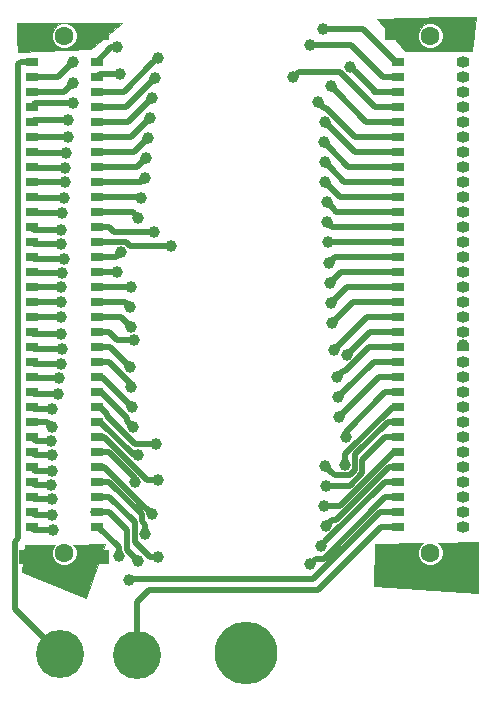
<source format=gbr>
G04 #@! TF.FileFunction,Copper,L1,Top,Signal*
%FSLAX46Y46*%
G04 Gerber Fmt 4.6, Leading zero omitted, Abs format (unit mm)*
G04 Created by KiCad (PCBNEW 4.0.5) date 04/03/17 22:13:47*
%MOMM*%
%LPD*%
G01*
G04 APERTURE LIST*
%ADD10C,0.100000*%
%ADD11R,1.100000X0.800000*%
%ADD12R,2.500000X1.200000*%
%ADD13C,1.600000*%
%ADD14C,4.064000*%
%ADD15C,5.300000*%
%ADD16C,1.000000*%
%ADD17C,0.500000*%
G04 APERTURE END LIST*
D10*
D11*
X96000000Y-81600000D03*
X90500000Y-81600000D03*
X96000000Y-82870000D03*
X90500000Y-82870000D03*
X96000000Y-84140000D03*
X90500000Y-84140000D03*
X96000000Y-85410000D03*
X90500000Y-85410000D03*
X96000000Y-86680000D03*
X90500000Y-86680000D03*
X96000000Y-87950000D03*
X90500000Y-87950000D03*
X96000000Y-89220000D03*
X90500000Y-89220000D03*
X96000000Y-90490000D03*
X90500000Y-90490000D03*
X96000000Y-91760000D03*
X90500000Y-91760000D03*
X96000000Y-93030000D03*
X90500000Y-93030000D03*
X96000000Y-94300000D03*
X90500000Y-94300000D03*
X96000000Y-95570000D03*
X90500000Y-95570000D03*
X96000000Y-96840000D03*
X90500000Y-96840000D03*
X96000000Y-98110000D03*
X90500000Y-98110000D03*
X96000000Y-99380000D03*
X90500000Y-99380000D03*
X96000000Y-100650000D03*
X90500000Y-100650000D03*
X96000000Y-101920000D03*
X90500000Y-101920000D03*
X96000000Y-103190000D03*
X90500000Y-103190000D03*
X96000000Y-104460000D03*
X90500000Y-104460000D03*
X96000000Y-105730000D03*
X90500000Y-105730000D03*
X96000000Y-107000000D03*
X90500000Y-107000000D03*
X96000000Y-108270000D03*
X90500000Y-108270000D03*
X96000000Y-109540000D03*
X90500000Y-109540000D03*
X96000000Y-110810000D03*
X90500000Y-110810000D03*
X96000000Y-112080000D03*
X90500000Y-112080000D03*
X96000000Y-113350000D03*
X90500000Y-113350000D03*
X96000000Y-114620000D03*
X90500000Y-114620000D03*
X96000000Y-115890000D03*
X90500000Y-115890000D03*
X96000000Y-117160000D03*
X90500000Y-117160000D03*
X96000000Y-118430000D03*
X90500000Y-118430000D03*
X96000000Y-119700000D03*
X90500000Y-119700000D03*
X96000000Y-120970000D03*
X90500000Y-120970000D03*
D12*
X95800000Y-123480000D03*
X90700000Y-123480000D03*
X95800000Y-79190000D03*
X90700000Y-79190000D03*
D13*
X93250000Y-123180000D03*
X93250000Y-79390000D03*
D11*
X127000000Y-81600000D03*
X121500000Y-81600000D03*
X127000000Y-82870000D03*
X121500000Y-82870000D03*
X127000000Y-84140000D03*
X121500000Y-84140000D03*
X127000000Y-85410000D03*
X121500000Y-85410000D03*
X127000000Y-86680000D03*
X121500000Y-86680000D03*
X127000000Y-87950000D03*
X121500000Y-87950000D03*
X127000000Y-89220000D03*
X121500000Y-89220000D03*
X127000000Y-90490000D03*
X121500000Y-90490000D03*
X127000000Y-91760000D03*
X121500000Y-91760000D03*
X127000000Y-93030000D03*
X121500000Y-93030000D03*
X127000000Y-94300000D03*
X121500000Y-94300000D03*
X127000000Y-95570000D03*
X121500000Y-95570000D03*
X127000000Y-96840000D03*
X121500000Y-96840000D03*
X127000000Y-98110000D03*
X121500000Y-98110000D03*
X127000000Y-99380000D03*
X121500000Y-99380000D03*
X127000000Y-100650000D03*
X121500000Y-100650000D03*
X127000000Y-101920000D03*
X121500000Y-101920000D03*
X127000000Y-103190000D03*
X121500000Y-103190000D03*
X127000000Y-104460000D03*
X121500000Y-104460000D03*
X127000000Y-105730000D03*
X121500000Y-105730000D03*
X127000000Y-107000000D03*
X121500000Y-107000000D03*
X127000000Y-108270000D03*
X121500000Y-108270000D03*
X127000000Y-109540000D03*
X121500000Y-109540000D03*
X127000000Y-110810000D03*
X121500000Y-110810000D03*
X127000000Y-112080000D03*
X121500000Y-112080000D03*
X127000000Y-113350000D03*
X121500000Y-113350000D03*
X127000000Y-114620000D03*
X121500000Y-114620000D03*
X127000000Y-115890000D03*
X121500000Y-115890000D03*
X127000000Y-117160000D03*
X121500000Y-117160000D03*
X127000000Y-118430000D03*
X121500000Y-118430000D03*
X127000000Y-119700000D03*
X121500000Y-119700000D03*
X127000000Y-120970000D03*
X121500000Y-120970000D03*
D12*
X126800000Y-123480000D03*
X121700000Y-123480000D03*
X126800000Y-79190000D03*
X121700000Y-79190000D03*
D13*
X124250000Y-123180000D03*
X124250000Y-79390000D03*
D14*
X92900000Y-131750000D03*
X99400000Y-131800000D03*
D15*
X108600000Y-131650000D03*
D16*
X97700000Y-80350000D03*
X127000000Y-81600000D03*
X98000000Y-82600000D03*
X127000000Y-82870000D03*
X115147299Y-78781280D03*
X94000000Y-81600000D03*
X101209618Y-81238106D03*
X127000000Y-84140000D03*
X114078544Y-80130656D03*
X94000000Y-83400000D03*
X100947924Y-82938117D03*
X127000000Y-85410000D03*
X117452232Y-81997768D03*
X94000000Y-85100000D03*
X100692567Y-84638128D03*
X127000000Y-86680000D03*
X112642028Y-82919017D03*
X93600000Y-86500000D03*
X100503677Y-86338139D03*
X127000000Y-87950000D03*
X115804443Y-83658623D03*
X93600000Y-88000000D03*
X100349031Y-88038150D03*
X127000000Y-89220000D03*
X114701976Y-85016256D03*
X93400000Y-89300000D03*
X100171879Y-89738161D03*
X127000000Y-90490000D03*
X115322893Y-86689171D03*
X93300000Y-90600000D03*
X100049709Y-91438172D03*
X127000000Y-91760000D03*
X115212290Y-88389183D03*
X93300000Y-91800000D03*
X99709905Y-93138183D03*
X127000000Y-93030000D03*
X115298813Y-90089195D03*
X93200000Y-93100000D03*
X99533375Y-94838194D03*
X127000000Y-94300000D03*
X115368349Y-91789207D03*
X93100000Y-94400000D03*
X100858597Y-96002555D03*
X127000000Y-95570000D03*
X115477841Y-93489218D03*
X93000000Y-95800000D03*
X102276701Y-97149989D03*
X127000000Y-96840000D03*
X115515653Y-95189230D03*
X93000000Y-97000000D03*
X98047304Y-97659935D03*
X127000000Y-98110000D03*
X115568653Y-96889242D03*
X93200000Y-98300000D03*
X97695274Y-99359947D03*
X127000000Y-99380000D03*
X115653238Y-98589253D03*
X93100000Y-99500000D03*
X98890614Y-100641170D03*
X127000000Y-100650000D03*
X115770572Y-100289264D03*
X93000001Y-100699999D03*
X98800000Y-102341181D03*
X127000000Y-101920000D03*
X115874875Y-101989276D03*
X93000000Y-101900000D03*
X98891991Y-104041192D03*
X127000000Y-103190000D03*
X115948840Y-103689287D03*
X93000000Y-103200000D03*
X99139750Y-105112939D03*
X127000000Y-104449977D03*
X116098504Y-105989309D03*
X93000000Y-104600000D03*
X98800000Y-107412961D03*
X127000000Y-105549990D03*
X117176381Y-106430928D03*
X93100000Y-105900000D03*
X98900000Y-109112972D03*
X127000000Y-107000000D03*
X116381126Y-108289332D03*
X93000000Y-107200000D03*
X99000000Y-110812983D03*
X127000000Y-108270000D03*
X116453058Y-109989344D03*
X92800000Y-108400000D03*
X99100317Y-112512994D03*
X127000000Y-109540000D03*
X116519396Y-111689355D03*
X92700000Y-109700000D03*
X101022118Y-113931395D03*
X127000000Y-110810000D03*
X117089277Y-113375643D03*
X92200000Y-111000000D03*
X99534894Y-114901950D03*
X127000000Y-112080000D03*
X117048185Y-115745025D03*
X92200000Y-112500000D03*
X101170315Y-116960628D03*
X127000000Y-113350000D03*
X115345859Y-115789411D03*
X92100000Y-113700000D03*
X99230692Y-117201972D03*
X127000000Y-114620000D03*
X115386220Y-117489423D03*
X92200000Y-114900000D03*
X100701633Y-119860662D03*
X127000000Y-115890000D03*
X115274808Y-119189435D03*
X92200000Y-116200000D03*
X100128374Y-121544455D03*
X127000000Y-117160000D03*
X115391274Y-120889447D03*
X92100000Y-117400000D03*
X101196586Y-123499969D03*
X127000000Y-118430000D03*
X114948032Y-122588729D03*
X92200000Y-118600000D03*
X99496574Y-123844478D03*
X127000000Y-119700000D03*
X114074580Y-124149979D03*
X92200000Y-120000000D03*
X97850000Y-123400000D03*
X127000000Y-120970000D03*
X98723952Y-125476048D03*
X92300000Y-121200000D03*
D17*
X97700000Y-80350000D02*
X97250000Y-80350000D01*
X97250000Y-80350000D02*
X96000000Y-81600000D01*
X96150000Y-81600000D02*
X96000000Y-81600000D01*
X98000000Y-82600000D02*
X96270000Y-82600000D01*
X96270000Y-82600000D02*
X96000000Y-82870000D01*
X96070000Y-82800000D02*
X96000000Y-82870000D01*
X115854405Y-78781280D02*
X115147299Y-78781280D01*
X121350000Y-81600000D02*
X118531280Y-78781280D01*
X118531280Y-78781280D02*
X115854405Y-78781280D01*
X121500000Y-81600000D02*
X121350000Y-81600000D01*
X90500000Y-82870000D02*
X92730000Y-82870000D01*
X92730000Y-82870000D02*
X94000000Y-81600000D01*
X90570000Y-82800000D02*
X90500000Y-82870000D01*
X98307724Y-84140000D02*
X100709619Y-81738105D01*
X100709619Y-81738105D02*
X101209618Y-81238106D01*
X96000000Y-84140000D02*
X98307724Y-84140000D01*
X120276389Y-82870000D02*
X117537045Y-80130656D01*
X121500000Y-82870000D02*
X120276389Y-82870000D01*
X114785650Y-80130656D02*
X114078544Y-80130656D01*
X117537045Y-80130656D02*
X114785650Y-80130656D01*
X90500000Y-84140000D02*
X93260000Y-84140000D01*
X93260000Y-84140000D02*
X94000000Y-83400000D01*
X96000000Y-85410000D02*
X98476041Y-85410000D01*
X98476041Y-85410000D02*
X100447925Y-83438116D01*
X100447925Y-83438116D02*
X100947924Y-82938117D01*
X119536573Y-84082109D02*
X117952231Y-82497767D01*
X119536573Y-84140000D02*
X119536573Y-84082109D01*
X117952231Y-82497767D02*
X117452232Y-81997768D01*
X119536573Y-84140000D02*
X119440000Y-84140000D01*
X121500000Y-84140000D02*
X119536573Y-84140000D01*
X94000000Y-85100000D02*
X90810000Y-85100000D01*
X90810000Y-85100000D02*
X90500000Y-85410000D01*
X98650695Y-86680000D02*
X100192568Y-85138127D01*
X100192568Y-85138127D02*
X100692567Y-84638128D01*
X96000000Y-86680000D02*
X98650695Y-86680000D01*
X116609918Y-82419018D02*
X113142027Y-82419018D01*
X113142027Y-82419018D02*
X112642028Y-82919017D01*
X119600900Y-85410000D02*
X116609918Y-82419018D01*
X121500000Y-85410000D02*
X119600900Y-85410000D01*
X93600000Y-86500000D02*
X90680000Y-86500000D01*
X90680000Y-86500000D02*
X90500000Y-86680000D01*
X96000000Y-87950000D02*
X98891816Y-87950000D01*
X100003678Y-86838138D02*
X100503677Y-86338139D01*
X98891816Y-87950000D02*
X100003678Y-86838138D01*
X121500000Y-86680000D02*
X118825820Y-86680000D01*
X118825820Y-86680000D02*
X116304442Y-84158622D01*
X116304442Y-84158622D02*
X115804443Y-83658623D01*
X93600000Y-88000000D02*
X90550000Y-88000000D01*
X90550000Y-88000000D02*
X90500000Y-87950000D01*
X99849032Y-88538149D02*
X100349031Y-88038150D01*
X96000000Y-89220000D02*
X99167181Y-89220000D01*
X99167181Y-89220000D02*
X99849032Y-88538149D01*
X115201975Y-85516255D02*
X114701976Y-85016256D01*
X115407981Y-85516255D02*
X115201975Y-85516255D01*
X121500000Y-87950000D02*
X117841726Y-87950000D01*
X117841726Y-87950000D02*
X115407981Y-85516255D01*
X93400000Y-89300000D02*
X90580000Y-89300000D01*
X90580000Y-89300000D02*
X90500000Y-89220000D01*
X99671880Y-90238160D02*
X100171879Y-89738161D01*
X99420040Y-90490000D02*
X99671880Y-90238160D01*
X96000000Y-90490000D02*
X99420040Y-90490000D01*
X117853722Y-89220000D02*
X115822892Y-87189170D01*
X115822892Y-87189170D02*
X115322893Y-86689171D01*
X121500000Y-89220000D02*
X117853722Y-89220000D01*
X93300000Y-90600000D02*
X90610000Y-90600000D01*
X90610000Y-90600000D02*
X90500000Y-90490000D01*
X99727881Y-91760000D02*
X100049709Y-91438172D01*
X96000000Y-91760000D02*
X99727881Y-91760000D01*
X115712289Y-88889182D02*
X115212290Y-88389183D01*
X117313107Y-90490000D02*
X115712289Y-88889182D01*
X121500000Y-90490000D02*
X117313107Y-90490000D01*
X93300000Y-91800000D02*
X90540000Y-91800000D01*
X90540000Y-91800000D02*
X90500000Y-91760000D01*
X96000000Y-93030000D02*
X99601722Y-93030000D01*
X99601722Y-93030000D02*
X99709905Y-93138183D01*
X116969618Y-91760000D02*
X115798812Y-90589194D01*
X115798812Y-90589194D02*
X115298813Y-90089195D01*
X121500000Y-91760000D02*
X116969618Y-91760000D01*
X93200000Y-93100000D02*
X90570000Y-93100000D01*
X90570000Y-93100000D02*
X90500000Y-93030000D01*
X96000000Y-94300000D02*
X98995181Y-94300000D01*
X99033376Y-94338195D02*
X99533375Y-94838194D01*
X98995181Y-94300000D02*
X99033376Y-94338195D01*
X115868348Y-92289206D02*
X115368349Y-91789207D01*
X116609142Y-93030000D02*
X115868348Y-92289206D01*
X121500000Y-93030000D02*
X116609142Y-93030000D01*
X93100000Y-94400000D02*
X90600000Y-94400000D01*
X90600000Y-94400000D02*
X90500000Y-94300000D01*
X97050000Y-95570000D02*
X97482555Y-96002555D01*
X97482555Y-96002555D02*
X100858597Y-96002555D01*
X96000000Y-95570000D02*
X97050000Y-95570000D01*
X121500000Y-94300000D02*
X116288623Y-94300000D01*
X116288623Y-94300000D02*
X115977840Y-93989217D01*
X115977840Y-93989217D02*
X115477841Y-93489218D01*
X93000000Y-95800000D02*
X90730000Y-95800000D01*
X90730000Y-95800000D02*
X90500000Y-95570000D01*
X97080067Y-96809933D02*
X98455306Y-96809933D01*
X98455306Y-96809933D02*
X98795362Y-97149989D01*
X98795362Y-97149989D02*
X101569595Y-97149989D01*
X101569595Y-97149989D02*
X102276701Y-97149989D01*
X96000000Y-96840000D02*
X97050000Y-96840000D01*
X97050000Y-96840000D02*
X97080067Y-96809933D01*
X115896423Y-95570000D02*
X115515653Y-95189230D01*
X121500000Y-95570000D02*
X115896423Y-95570000D01*
X93000000Y-97000000D02*
X90660000Y-97000000D01*
X90660000Y-97000000D02*
X90500000Y-96840000D01*
X97597239Y-98110000D02*
X98047304Y-97659935D01*
X96000000Y-98110000D02*
X97597239Y-98110000D01*
X115617895Y-96840000D02*
X115568653Y-96889242D01*
X121500000Y-96840000D02*
X115617895Y-96840000D01*
X93200000Y-98300000D02*
X90690000Y-98300000D01*
X90690000Y-98300000D02*
X90500000Y-98110000D01*
X96000000Y-99380000D02*
X97675221Y-99380000D01*
X97675221Y-99380000D02*
X97695274Y-99359947D01*
X116132491Y-98110000D02*
X115653238Y-98589253D01*
X121500000Y-98110000D02*
X116132491Y-98110000D01*
X93100000Y-99500000D02*
X90620000Y-99500000D01*
X90620000Y-99500000D02*
X90500000Y-99380000D01*
X96000000Y-100650000D02*
X98881784Y-100650000D01*
X98881784Y-100650000D02*
X98890614Y-100641170D01*
X116270571Y-99789265D02*
X115770572Y-100289264D01*
X121500000Y-99380000D02*
X116679836Y-99380000D01*
X116679836Y-99380000D02*
X116270571Y-99789265D01*
X90500000Y-100650000D02*
X92950002Y-100650000D01*
X92950002Y-100650000D02*
X93000001Y-100699999D01*
X96000000Y-101920000D02*
X98378819Y-101920000D01*
X98378819Y-101920000D02*
X98800000Y-102341181D01*
X116374874Y-101489277D02*
X115874875Y-101989276D01*
X117214151Y-100650000D02*
X116374874Y-101489277D01*
X121500000Y-100650000D02*
X117214151Y-100650000D01*
X93000000Y-101900000D02*
X90520000Y-101900000D01*
X90520000Y-101900000D02*
X90500000Y-101920000D01*
X98040799Y-103190000D02*
X98391992Y-103541193D01*
X96000000Y-103190000D02*
X98040799Y-103190000D01*
X98391992Y-103541193D02*
X98891991Y-104041192D01*
X121500000Y-101920000D02*
X117718127Y-101920000D01*
X117718127Y-101920000D02*
X116448839Y-103189288D01*
X116448839Y-103189288D02*
X115948840Y-103689287D01*
X93000000Y-103200000D02*
X90510000Y-103200000D01*
X90510000Y-103200000D02*
X90500000Y-103190000D01*
X97050000Y-104460000D02*
X97702939Y-105112939D01*
X98432644Y-105112939D02*
X99139750Y-105112939D01*
X96000000Y-104460000D02*
X97050000Y-104460000D01*
X97702939Y-105112939D02*
X98432644Y-105112939D01*
X118897813Y-103190000D02*
X116598503Y-105489310D01*
X121500000Y-103190000D02*
X118897813Y-103190000D01*
X116598503Y-105489310D02*
X116098504Y-105989309D01*
X93000000Y-104600000D02*
X90640000Y-104600000D01*
X90640000Y-104600000D02*
X90500000Y-104460000D01*
X98300001Y-106912962D02*
X98800000Y-107412961D01*
X97117039Y-105730000D02*
X98300001Y-106912962D01*
X96000000Y-105730000D02*
X97117039Y-105730000D01*
X119147309Y-104460000D02*
X117676380Y-105930929D01*
X117676380Y-105930929D02*
X117176381Y-106430928D01*
X121500000Y-104460000D02*
X119147309Y-104460000D01*
X93100000Y-105900000D02*
X90670000Y-105900000D01*
X90670000Y-105900000D02*
X90500000Y-105730000D01*
X96000000Y-107000000D02*
X97050000Y-107000000D01*
X98900000Y-108850000D02*
X98900000Y-109112972D01*
X97050000Y-107000000D02*
X98900000Y-108850000D01*
X119087513Y-105730000D02*
X117028180Y-107789333D01*
X117028180Y-107789333D02*
X116881125Y-107789333D01*
X121500000Y-105730000D02*
X119087513Y-105730000D01*
X116881125Y-107789333D02*
X116381126Y-108289332D01*
X93000000Y-107200000D02*
X90700000Y-107200000D01*
X90700000Y-107200000D02*
X90500000Y-107000000D01*
X96457017Y-108270000D02*
X98500001Y-110312984D01*
X96000000Y-108270000D02*
X96457017Y-108270000D01*
X98500001Y-110312984D02*
X99000000Y-110812983D01*
X121500000Y-107000000D02*
X119442402Y-107000000D01*
X119442402Y-107000000D02*
X116953057Y-109489345D01*
X116953057Y-109489345D02*
X116453058Y-109989344D01*
X92800000Y-108400000D02*
X90630000Y-108400000D01*
X90630000Y-108400000D02*
X90500000Y-108270000D01*
X98600318Y-111743202D02*
X98600318Y-112012995D01*
X96397116Y-109540000D02*
X98600318Y-111743202D01*
X96000000Y-109540000D02*
X96397116Y-109540000D01*
X98600318Y-112012995D02*
X99100317Y-112512994D01*
X121500000Y-108270000D02*
X119938751Y-108270000D01*
X119938751Y-108270000D02*
X117019395Y-111189356D01*
X117019395Y-111189356D02*
X116519396Y-111689355D01*
X92700000Y-109700000D02*
X90660000Y-109700000D01*
X90660000Y-109700000D02*
X90500000Y-109540000D01*
X100315012Y-113931395D02*
X101022118Y-113931395D01*
X99244238Y-113931395D02*
X100315012Y-113931395D01*
X96900001Y-111587158D02*
X99244238Y-113931395D01*
X96000000Y-110810000D02*
X96310002Y-110810000D01*
X96900001Y-111399999D02*
X96900001Y-111587158D01*
X96310002Y-110810000D02*
X96900001Y-111399999D01*
X117089277Y-112900723D02*
X117089277Y-113375643D01*
X120450000Y-109540000D02*
X117089277Y-112900723D01*
X121500000Y-109540000D02*
X120450000Y-109540000D01*
X92200000Y-111000000D02*
X90690000Y-111000000D01*
X90690000Y-111000000D02*
X90500000Y-110810000D01*
X99131952Y-114901950D02*
X99534894Y-114901950D01*
X96310002Y-112080000D02*
X99131952Y-114901950D01*
X96000000Y-112080000D02*
X96310002Y-112080000D01*
X121500000Y-110810000D02*
X121053644Y-110810000D01*
X117048185Y-114815459D02*
X117048185Y-115037919D01*
X121053644Y-110810000D02*
X117048185Y-114815459D01*
X117048185Y-115037919D02*
X117048185Y-115745025D01*
X92200000Y-112500000D02*
X91780000Y-112080000D01*
X91780000Y-112080000D02*
X90500000Y-112080000D01*
X96637892Y-113350000D02*
X100248520Y-116960628D01*
X100463209Y-116960628D02*
X101170315Y-116960628D01*
X96000000Y-113350000D02*
X96637892Y-113350000D01*
X100248520Y-116960628D02*
X100463209Y-116960628D01*
X117898187Y-116153027D02*
X117440250Y-116610964D01*
X117898187Y-114814000D02*
X117898187Y-116153027D01*
X120632187Y-112080000D02*
X117898187Y-114814000D01*
X116167412Y-116610964D02*
X115845858Y-116289410D01*
X121500000Y-112080000D02*
X120632187Y-112080000D01*
X117440250Y-116610964D02*
X116167412Y-116610964D01*
X115845858Y-116289410D02*
X115345859Y-115789411D01*
X92100000Y-113700000D02*
X90850000Y-113700000D01*
X90850000Y-113700000D02*
X90500000Y-113350000D01*
X97050000Y-114620000D02*
X99230692Y-116800692D01*
X99230692Y-116800692D02*
X99230692Y-117201972D01*
X96000000Y-114620000D02*
X97050000Y-114620000D01*
X116093326Y-117489423D02*
X115386220Y-117489423D01*
X117410334Y-117489423D02*
X116093326Y-117489423D01*
X118498198Y-116401559D02*
X117410334Y-117489423D01*
X118498198Y-115301802D02*
X118498198Y-116401559D01*
X120450000Y-113350000D02*
X118498198Y-115301802D01*
X121500000Y-113350000D02*
X120450000Y-113350000D01*
X92200000Y-114900000D02*
X90780000Y-114900000D01*
X90780000Y-114900000D02*
X90500000Y-114620000D01*
X96635627Y-115890000D02*
X100106290Y-119360663D01*
X100106290Y-119360663D02*
X100201634Y-119360663D01*
X96000000Y-115890000D02*
X96635627Y-115890000D01*
X100201634Y-119360663D02*
X100701633Y-119860662D01*
X121500000Y-114620000D02*
X121133839Y-114620000D01*
X116564404Y-119189435D02*
X115981914Y-119189435D01*
X115981914Y-119189435D02*
X115274808Y-119189435D01*
X121133839Y-114620000D02*
X116564404Y-119189435D01*
X92200000Y-116200000D02*
X90810000Y-116200000D01*
X90810000Y-116200000D02*
X90500000Y-115890000D01*
X99800022Y-120508997D02*
X100128374Y-120837349D01*
X97050000Y-117160000D02*
X99800022Y-119910022D01*
X99800022Y-119910022D02*
X99800022Y-120508997D01*
X100128374Y-120837349D02*
X100128374Y-121544455D01*
X96000000Y-117160000D02*
X97050000Y-117160000D01*
X115891273Y-120389448D02*
X115391274Y-120889447D01*
X121500000Y-115890000D02*
X120718741Y-115890000D01*
X120718741Y-115890000D02*
X116219293Y-120389448D01*
X116219293Y-120389448D02*
X115891273Y-120389448D01*
X92100000Y-117400000D02*
X90740000Y-117400000D01*
X90740000Y-117400000D02*
X90500000Y-117160000D01*
X99200011Y-120580011D02*
X99200011Y-122210500D01*
X97050000Y-118430000D02*
X99200011Y-120580011D01*
X96000000Y-118430000D02*
X97050000Y-118430000D01*
X99200011Y-122210500D02*
X100489480Y-123499969D01*
X100489480Y-123499969D02*
X101196586Y-123499969D01*
X121500000Y-117160000D02*
X120376761Y-117160000D01*
X120376761Y-117160000D02*
X115448031Y-122088730D01*
X115448031Y-122088730D02*
X114948032Y-122588729D01*
X92200000Y-118600000D02*
X90670000Y-118600000D01*
X90670000Y-118600000D02*
X90500000Y-118430000D01*
X98996575Y-123344479D02*
X99496574Y-123844478D01*
X97050000Y-119700000D02*
X98600000Y-121250000D01*
X98600000Y-122947904D02*
X98996575Y-123344479D01*
X98600000Y-121250000D02*
X98600000Y-122947904D01*
X96000000Y-119700000D02*
X97050000Y-119700000D01*
X96000000Y-119700000D02*
X95689998Y-119700000D01*
X115201478Y-123649980D02*
X114574579Y-123649980D01*
X120421458Y-118430000D02*
X115201478Y-123649980D01*
X114574579Y-123649980D02*
X114074580Y-124149979D01*
X121500000Y-118430000D02*
X120421458Y-118430000D01*
X92200000Y-120000000D02*
X90800000Y-120000000D01*
X90800000Y-120000000D02*
X90500000Y-119700000D01*
X97850000Y-123400000D02*
X97850000Y-122670000D01*
X97850000Y-122670000D02*
X96150000Y-120970000D01*
X96150000Y-120970000D02*
X96000000Y-120970000D01*
X121500000Y-119700000D02*
X120000000Y-119700000D01*
X120000000Y-119700000D02*
X114300000Y-125400000D01*
X114300000Y-125400000D02*
X98800000Y-125400000D01*
X98800000Y-125400000D02*
X98723952Y-125476048D01*
X121500000Y-119700000D02*
X121189998Y-119700000D01*
X92300000Y-121200000D02*
X90730000Y-121200000D01*
X90730000Y-121200000D02*
X90500000Y-120970000D01*
X90500000Y-81600000D02*
X89550000Y-81600000D01*
X89050000Y-127900000D02*
X92900000Y-131750000D01*
X89050000Y-122250000D02*
X89050000Y-127900000D01*
X89350000Y-121950000D02*
X89050000Y-122250000D01*
X89350000Y-81800000D02*
X89350000Y-121950000D01*
X89550000Y-81600000D02*
X89350000Y-81800000D01*
X121500000Y-120970000D02*
X120030000Y-120970000D01*
X99400000Y-127300000D02*
X99400000Y-131800000D01*
X100400000Y-126300000D02*
X99400000Y-127300000D01*
X114700000Y-126300000D02*
X100400000Y-126300000D01*
X120030000Y-120970000D02*
X114700000Y-126300000D01*
X121500000Y-120970000D02*
X121350000Y-120970000D01*
D10*
G36*
X128275000Y-126542224D02*
X119500000Y-126002978D01*
X119500000Y-126000320D01*
X119549331Y-122399171D01*
X123615001Y-122330261D01*
X123360372Y-122584446D01*
X123200182Y-122970226D01*
X123199818Y-123387942D01*
X123359334Y-123774000D01*
X123654446Y-124069628D01*
X124040226Y-124229818D01*
X124457942Y-124230182D01*
X124844000Y-124070666D01*
X125139628Y-123775554D01*
X125299818Y-123389774D01*
X125300182Y-122972058D01*
X125140666Y-122586000D01*
X124864237Y-122309088D01*
X128275000Y-122251278D01*
X128275000Y-126542224D01*
X128275000Y-126542224D01*
G37*
X128275000Y-126542224D02*
X119500000Y-126002978D01*
X119500000Y-126000320D01*
X119549331Y-122399171D01*
X123615001Y-122330261D01*
X123360372Y-122584446D01*
X123200182Y-122970226D01*
X123199818Y-123387942D01*
X123359334Y-123774000D01*
X123654446Y-124069628D01*
X124040226Y-124229818D01*
X124457942Y-124230182D01*
X124844000Y-124070666D01*
X125139628Y-123775554D01*
X125299818Y-123389774D01*
X125300182Y-122972058D01*
X125140666Y-122586000D01*
X124864237Y-122309088D01*
X128275000Y-122251278D01*
X128275000Y-126542224D01*
G36*
X95119782Y-127033616D02*
X89702872Y-124817608D01*
X89896006Y-122500000D01*
X89950000Y-122500000D01*
X89950368Y-122499999D01*
X92463478Y-122481520D01*
X92360372Y-122584446D01*
X92200182Y-122970226D01*
X92199818Y-123387942D01*
X92359334Y-123774000D01*
X92654446Y-124069628D01*
X93040226Y-124229818D01*
X93457942Y-124230182D01*
X93844000Y-124070666D01*
X94139628Y-123775554D01*
X94299818Y-123389774D01*
X94300182Y-122972058D01*
X94140666Y-122586000D01*
X94024908Y-122470039D01*
X96679986Y-122450517D01*
X95119782Y-127033616D01*
X95119782Y-127033616D01*
G37*
X95119782Y-127033616D02*
X89702872Y-124817608D01*
X89896006Y-122500000D01*
X89950000Y-122500000D01*
X89950368Y-122499999D01*
X92463478Y-122481520D01*
X92360372Y-122584446D01*
X92200182Y-122970226D01*
X92199818Y-123387942D01*
X92359334Y-123774000D01*
X92654446Y-124069628D01*
X93040226Y-124229818D01*
X93457942Y-124230182D01*
X93844000Y-124070666D01*
X94139628Y-123775554D01*
X94299818Y-123389774D01*
X94300182Y-122972058D01*
X94140666Y-122586000D01*
X94024908Y-122470039D01*
X96679986Y-122450517D01*
X95119782Y-127033616D01*
G36*
X127755455Y-80699607D02*
X122122295Y-80650194D01*
X121165703Y-79597942D01*
X123199818Y-79597942D01*
X123359334Y-79984000D01*
X123654446Y-80279628D01*
X124040226Y-80439818D01*
X124457942Y-80440182D01*
X124844000Y-80280666D01*
X125139628Y-79985554D01*
X125299818Y-79599774D01*
X125300182Y-79182058D01*
X125140666Y-78796000D01*
X124845554Y-78500372D01*
X124459774Y-78340182D01*
X124042058Y-78339818D01*
X123656000Y-78499334D01*
X123360372Y-78794446D01*
X123200182Y-79180226D01*
X123199818Y-79597942D01*
X121165703Y-79597942D01*
X119710120Y-77996802D01*
X125585753Y-77825000D01*
X128085328Y-77825000D01*
X127755455Y-80699607D01*
X127755455Y-80699607D01*
G37*
X127755455Y-80699607D02*
X122122295Y-80650194D01*
X121165703Y-79597942D01*
X123199818Y-79597942D01*
X123359334Y-79984000D01*
X123654446Y-80279628D01*
X124040226Y-80439818D01*
X124457942Y-80440182D01*
X124844000Y-80280666D01*
X125139628Y-79985554D01*
X125299818Y-79599774D01*
X125300182Y-79182058D01*
X125140666Y-78796000D01*
X124845554Y-78500372D01*
X124459774Y-78340182D01*
X124042058Y-78339818D01*
X123656000Y-78499334D01*
X123360372Y-78794446D01*
X123200182Y-79180226D01*
X123199818Y-79597942D01*
X121165703Y-79597942D01*
X119710120Y-77996802D01*
X125585753Y-77825000D01*
X128085328Y-77825000D01*
X127755455Y-80699607D01*
G36*
X95530864Y-80550582D02*
X89298998Y-80748419D01*
X89276440Y-79597942D01*
X92199818Y-79597942D01*
X92359334Y-79984000D01*
X92654446Y-80279628D01*
X93040226Y-80439818D01*
X93457942Y-80440182D01*
X93844000Y-80280666D01*
X94139628Y-79985554D01*
X94299818Y-79599774D01*
X94300182Y-79182058D01*
X94140666Y-78796000D01*
X93845554Y-78500372D01*
X93459774Y-78340182D01*
X93042058Y-78339818D01*
X92656000Y-78499334D01*
X92360372Y-78794446D01*
X92200182Y-79180226D01*
X92199818Y-79597942D01*
X89276440Y-79597942D01*
X89250990Y-78300000D01*
X98164524Y-78300000D01*
X95530864Y-80550582D01*
X95530864Y-80550582D01*
G37*
X95530864Y-80550582D02*
X89298998Y-80748419D01*
X89276440Y-79597942D01*
X92199818Y-79597942D01*
X92359334Y-79984000D01*
X92654446Y-80279628D01*
X93040226Y-80439818D01*
X93457942Y-80440182D01*
X93844000Y-80280666D01*
X94139628Y-79985554D01*
X94299818Y-79599774D01*
X94300182Y-79182058D01*
X94140666Y-78796000D01*
X93845554Y-78500372D01*
X93459774Y-78340182D01*
X93042058Y-78339818D01*
X92656000Y-78499334D01*
X92360372Y-78794446D01*
X92200182Y-79180226D01*
X92199818Y-79597942D01*
X89276440Y-79597942D01*
X89250990Y-78300000D01*
X98164524Y-78300000D01*
X95530864Y-80550582D01*
M02*

</source>
